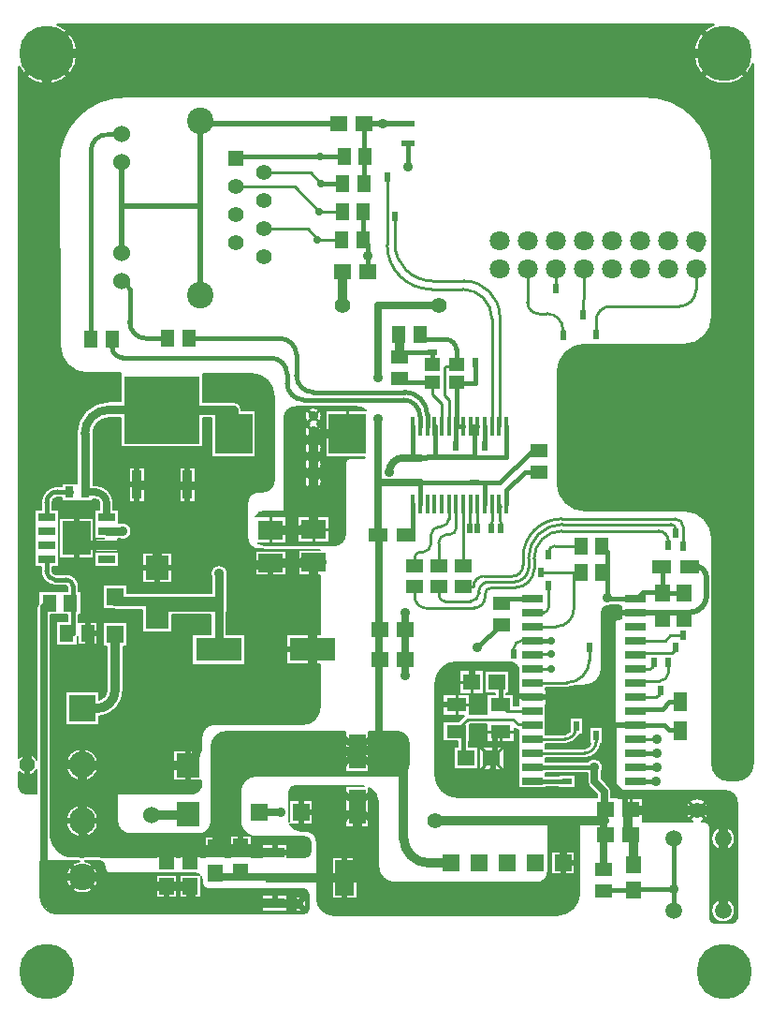
<source format=gbr>
G04 DesignSpark PCB Gerber Version 9.0 Build 5138 *
G04 #@! TF.Part,Single*
G04 #@! TF.FileFunction,Copper,L1,Top *
G04 #@! TF.FilePolarity,Positive *
%FSLAX35Y35*%
%MOIN*%
G04 #@! TA.AperFunction,SMDPad,CuDef*
%ADD89R,0.01772X0.07087*%
G04 #@! TA.AperFunction,ViaPad*
%ADD26R,0.01890X0.03504*%
%ADD23R,0.02047X0.03504*%
G04 #@! TA.AperFunction,SMDPad,CuDef*
%ADD74R,0.03071X0.03858*%
%ADD75R,0.03740X0.10433*%
%ADD77R,0.05100X0.06000*%
%ADD93R,0.05118X0.07087*%
%ADD83R,0.05500X0.06000*%
%ADD91R,0.06024X0.06417*%
%ADD90R,0.06299X0.12402*%
%ADD82R,0.06890X0.12598*%
%ADD101R,0.08465X0.08661*%
%ADD72R,0.10236X0.12205*%
%ADD92R,0.13189X0.14173*%
G04 #@! TA.AperFunction,ComponentPad*
%ADD95R,0.05512X0.05512*%
%ADD102R,0.06000X0.06000*%
G04 #@! TA.AperFunction,SMDPad,CuDef*
%ADD103R,0.06300X0.06300*%
G04 #@! TA.AperFunction,ComponentPad*
%ADD79R,0.09449X0.09449*%
G04 #@! TD.AperFunction*
%ADD10C,0.00500*%
%ADD16C,0.00984*%
%ADD14C,0.01000*%
%ADD21C,0.01500*%
%ADD15C,0.01969*%
%ADD71C,0.02126*%
%ADD17C,0.02165*%
%ADD20C,0.02500*%
G04 #@! TA.AperFunction,ViaPad*
%ADD27C,0.02795*%
G04 #@! TD.AperFunction*
%ADD18C,0.03150*%
%ADD19C,0.03346*%
G04 #@! TA.AperFunction,ViaPad*
%ADD70C,0.03543*%
G04 #@! TA.AperFunction,ComponentPad*
%ADD96C,0.05512*%
G04 #@! TA.AperFunction,ViaPad*
%ADD22C,0.05591*%
%ADD24R,0.03504X0.02047*%
G04 #@! TA.AperFunction,ComponentPad*
%ADD87C,0.05906*%
G04 #@! TA.AperFunction,WasherPad*
%ADD28C,0.06000*%
G04 #@! TA.AperFunction,ComponentPad*
%ADD97C,0.06024*%
%ADD86C,0.07087*%
%ADD80C,0.09449*%
G04 #@! TA.AperFunction,ViaPad*
%ADD25C,0.19685*%
G04 #@! TA.AperFunction,SMDPad,CuDef*
%ADD99R,0.04921X0.02362*%
%ADD29R,0.06004X0.02559*%
%ADD84R,0.07283X0.02559*%
%ADD81R,0.06890X0.03740*%
%ADD98R,0.05512X0.04528*%
%ADD100R,0.07087X0.04724*%
%ADD88R,0.06000X0.05100*%
%ADD85R,0.07087X0.05118*%
%ADD94R,0.06000X0.05500*%
%ADD78R,0.08858X0.06890*%
%ADD73R,0.16339X0.08465*%
%ADD76R,0.26772X0.24016*%
X0Y0D02*
D02*
D10*
X2612Y84106D02*
Y78596D01*
G75*
G03X4974Y76234I2362*
G01*
X8970*
Y84791*
G75*
G02X2612Y84106I-3406J1758*
G01*
G36*
Y78596*
G75*
G03X4974Y76234I2362*
G01*
X8970*
Y84791*
G75*
G02X2612Y84106I-3406J1758*
G01*
G37*
Y225644D02*
Y88993D01*
G75*
G02X8970Y88307I2953J-2443*
G01*
Y142573*
G75*
G02X9628Y144263I2500*
G01*
Y148398*
X19874*
Y149856*
G75*
G03X19344Y150385I-529*
G01*
X15407*
G75*
G02X10378Y155415J5030*
G01*
Y157150*
X8156*
Y177209*
X10407*
Y179778*
G75*
G02X16344Y185715I5937*
G01*
X17740*
Y186697*
X23055*
Y204384*
G75*
G02X34502Y215831I11447*
G01*
X38961*
Y225644*
X2612*
G36*
Y88993*
G75*
G02X8970Y88307I2953J-2443*
G01*
Y142573*
G75*
G02X9628Y144263I2500*
G01*
Y148398*
X19874*
Y149856*
G75*
G03X19344Y150385I-529*
G01*
X15407*
G75*
G02X10378Y155415J5030*
G01*
Y157150*
X8156*
Y177209*
X10407*
Y179778*
G75*
G02X16344Y185715I5937*
G01*
X17740*
Y186697*
X23055*
Y204384*
G75*
G02X34502Y215831I11447*
G01*
X38961*
Y225644*
X2612*
G37*
Y334983D02*
Y193951D01*
X23055*
Y204384*
G75*
G02X34502Y215831I11447*
G01*
X38961*
Y225841*
X27022*
G75*
G02X17179Y235683J9843*
G01*
Y240407*
X16785Y300644*
G75*
G02X40407Y324266I23622*
G01*
X225841*
G75*
G02X249463Y300644J-23622*
G01*
Y245919*
G75*
G02X239620Y236077I-9843*
G01*
X204187*
G75*
G03X194344Y226234J-9843*
G01*
Y186864*
G75*
G03X204187Y177022I9843*
G01*
X239620*
G75*
G02X249463Y167179J-9843*
G01*
Y86864*
G75*
G03X255368Y80959I5906*
G01*
X258124*
G75*
G03X264030Y86864J5906*
G01*
Y335933*
G75*
G02X242913Y339620I-10236J3687*
G01*
G75*
G02X250107Y349856I10880*
G01*
X16141*
G75*
G02X23335Y339620I-3687J-10236*
G01*
G75*
G02X2612Y334983I-10880*
G01*
G36*
Y193951*
X23055*
Y204384*
G75*
G02X34502Y215831I11447*
G01*
X38961*
Y225841*
X27022*
G75*
G02X17179Y235683J9843*
G01*
Y240407*
X16785Y300644*
G75*
G02X40407Y324266I23622*
G01*
X225841*
G75*
G02X249463Y300644J-23622*
G01*
Y245919*
G75*
G02X239620Y236077I-9843*
G01*
X204187*
G75*
G03X194344Y226234J-9843*
G01*
Y186864*
G75*
G03X204187Y177022I9843*
G01*
X239620*
G75*
G02X249463Y167179J-9843*
G01*
Y86864*
G75*
G03X255368Y80959I5906*
G01*
X258124*
G75*
G03X264030Y86864J5906*
G01*
Y335933*
G75*
G02X242913Y339620I-10236J3687*
G01*
G75*
G02X250107Y349856I10880*
G01*
X16141*
G75*
G02X23335Y339620I-3687J-10236*
G01*
G75*
G02X2612Y334983I-10880*
G01*
G37*
X10289Y52415D02*
Y39423D01*
G75*
G03X16195Y33518I5906*
G01*
X103793*
G75*
G03X105762Y35486J1969*
G01*
Y40407*
G75*
G03X103793Y42376I-1969*
G01*
X69738*
G75*
G02X67770Y44344J1969*
G01*
Y45722*
G75*
G03X67423Y46897I-2165*
G01*
Y39350*
X59848*
Y47425*
X66942*
G75*
G03X65604Y47888I-1338J-1703*
G01*
X34896*
G75*
G02X33124Y49659J1772*
G01*
Y50447*
G75*
G03X31156Y52415I-1969*
G01*
X26185*
G75*
G02X25914Y52246I-924J1182*
G01*
G75*
G02X30815Y46549I-861J-5697*
G01*
G75*
G02X19291I-5762*
G01*
G75*
G02X24193Y52246I5762*
G01*
G75*
G02X23921Y52415I653J1351*
G01*
X10289*
X89272Y40165D02*
X98236D01*
Y34350*
X89272*
Y40165*
X99213Y37061D02*
G75*
G02X104831I2809D01*
G01*
G75*
G02X99213I-2809*
G01*
X51384Y47425D02*
X58959D01*
Y39350*
X51384*
Y47425*
X10701Y37258D02*
G36*
G75*
G03X14495Y33768I5494J2165D01*
G01*
X104754*
G75*
G03X105512Y34526I-960J1718*
G01*
Y37258*
X104824*
G75*
G02X104831Y37061I-2802J-200*
G01*
G75*
G02X99213I-2809*
G01*
G75*
G02X99220Y37258I2809J-3*
G01*
X98236*
Y34350*
X89272*
Y37258*
X10701*
G37*
X10539Y43388D02*
G36*
Y37723D01*
G75*
G03X10701Y37258I5656J1701*
G01*
X89272*
Y40165*
X98236*
Y37258*
X99220*
G75*
G02X104824I2802J-197*
G01*
X105512*
Y41368*
G75*
G03X103793Y42376I-1719J-960*
G01*
X69738*
G75*
G02X68018Y43388J1969*
G01*
X67423*
Y39350*
X59848*
Y43388*
X58959*
Y39350*
X51384*
Y43388*
X29870*
G75*
G02X20236I-4817J3161*
G01*
X10539*
G37*
Y52165D02*
G36*
Y43388D01*
X20236*
G75*
G02X19291Y46549I4817J3162*
G01*
G75*
G02X23766Y52165I5763J-1*
G01*
X10539*
G37*
X30815Y46549D02*
G36*
G75*
G02X29870Y43388I-5762J0D01*
G01*
X51384*
Y47425*
X58959*
Y43388*
X59848*
Y47425*
X66942*
G75*
G03X65604Y47888I-1337J-1702*
G01*
X34896*
G75*
G02X33124Y49659J1772*
G01*
Y50447*
G75*
G03X32116Y52165I-1969*
G01*
X26341*
G75*
G02X30815Y46549I-1289J-5617*
G01*
G37*
X67423Y46897D02*
G36*
Y43388D01*
X68018*
G75*
G02X67770Y44344I1720J957*
G01*
Y45722*
G75*
G03X67423Y46897I-2170J-2*
G01*
G37*
X13970Y78203D02*
Y60540D01*
G75*
G03X19994Y53916I8327J1521*
G01*
X23919*
G75*
G02X24846Y53596I2J-1500*
G01*
X25260*
G75*
G02X26185Y53916I925J-1181*
G01*
X31156*
G75*
G02X32609Y53596J-3469*
G01*
X51384*
Y56425*
X58959*
Y53596*
X59848*
Y56425*
X67423*
Y53596*
X68707*
Y61150*
X76281*
Y53596*
X77762*
Y61346*
X84957*
G75*
G02X81352Y66785I2300J5439*
G01*
Y76825*
G75*
G02X87258Y82730I5906*
G01*
X137455*
G75*
G03X141392Y86667J3937*
G01*
Y94344*
G75*
G03X137455Y98281I-3937*
G01*
X127272*
Y84154*
X118898*
Y98281*
X76431*
G75*
G03X71116Y92967J-5315*
G01*
Y66392*
G75*
G02X66589Y61864I-4528*
G01*
X42376*
G75*
G02X37455Y66785J4921*
G01*
Y78203*
X13970*
X19291Y66549D02*
G75*
G02X30815I5762D01*
G01*
G75*
G02X19291I-5762*
G01*
X14220D02*
G36*
Y59528D01*
G75*
G03X19994Y53916I8077J2533*
G01*
X23919*
G75*
G02X24372Y53846I3J-1498*
G01*
X25734*
G75*
G02X26185Y53916I450J-1428*
G01*
X31156*
G75*
G02X31846Y53846I0J-3467*
G01*
X51384*
Y56425*
X58959*
Y53846*
X59848*
Y56425*
X67423*
Y53846*
X68707*
Y61150*
X76281*
Y53846*
X77762*
Y61346*
X84957*
G75*
G02X81357Y66549I2300J5439*
G01*
X71116*
Y66392*
Y66391*
G75*
G02X66589Y61864I-4528*
G01*
X42376*
G75*
G02X37460Y66549I0J4921*
G01*
X30815*
G75*
G02X19291I-5762*
G01*
X14220*
G37*
Y78203D02*
G36*
Y66549D01*
X19291*
G75*
G02X30815I5762*
G01*
X37460*
G75*
G02X37455Y66785I4913J233*
G01*
Y66785*
Y78203*
X14220*
G37*
X71116Y92967D02*
G36*
Y66549D01*
X81357*
G75*
G02X81352Y66785I5902J236*
G01*
Y76825*
G75*
G02X87258Y82730I5906*
G01*
X137455*
G75*
G03X141142Y85287I0J3937*
G01*
Y95725*
G75*
G03X138835Y98031I-3687J-1381*
G01*
X127272*
Y84154*
X118898*
Y98031*
X74820*
G75*
G03X71116Y92967I1611J-5065*
G01*
G37*
X13970Y139898D02*
Y76234D01*
X64030*
G75*
G03X67573Y79778J3543*
G01*
Y80906*
X57382*
Y91642*
X67573*
Y96313*
G75*
G02X72297Y101037I4724*
G01*
X103793*
G75*
G03X109699Y106943J5906*
G01*
Y122343*
X97933*
Y132882*
X109699*
Y154035*
X102067*
Y163000*
X109699*
Y163120*
X90211*
G75*
G02X89063Y163242I0J5439*
G01*
X87848*
G75*
G02X83911Y167179J3937*
G01*
Y179778*
G75*
G02X87848Y183715I3937*
G01*
X89423*
G75*
G03X93360Y187652J3937*
G01*
Y217770*
G75*
G03X85486Y225644I-7874*
G01*
X68232*
Y215720*
X78990*
G75*
G02X81913Y212797J-2923*
G01*
Y212524*
X86835*
Y195850*
X71146*
Y209874*
X68232*
Y199539*
X38961*
Y209866*
X34502*
G75*
G03X29020Y204384J-5482*
G01*
Y186018*
X29825*
G75*
G02X36262Y179581J-6437*
G01*
Y177209*
X38014*
Y172504*
X38547*
G75*
G02X42642Y169679I1073J-2825*
G01*
G75*
G02X38547Y166854I-3022*
G01*
X37801*
Y162362*
X29722*
Y166996*
X32878*
G75*
G02X32504Y167150I883J2684*
G01*
X29510*
Y177209*
X31262*
Y179581*
G75*
G03X29825Y181018I-1437*
G01*
X28823*
Y180339*
X17740*
Y181715*
X16344*
G75*
G03X14407Y179778J-1937*
G01*
Y177209*
X16659*
Y157150*
X14437*
Y155415*
G75*
G03X15407Y154445I970*
G01*
X19344*
G75*
G02X23933Y149856J-4589*
G01*
Y148398*
X24730*
Y139898*
X23904*
Y137358*
X30620*
Y129283*
X23443*
Y132044*
G75*
G02X23333Y131922I-1541J1277*
G01*
Y129071*
X15730*
Y137571*
X19904*
Y139898*
X13970*
X86713Y162803D02*
X97646D01*
Y153839*
X86713*
Y162803*
X76500Y133094D02*
X83094D01*
Y122130*
X64256*
Y133094*
X70850*
Y139846*
X57307*
Y133646*
X46343*
Y141815*
X36864*
G75*
G02X36090Y141919J2923*
G01*
X32463*
Y150719*
X41266*
Y147661*
X71047*
Y153508*
G75*
G02X70850Y154581I2825J1073*
G01*
G75*
G02X76894I3022*
G01*
G75*
G02X76697Y153508I-3022*
G01*
Y145491*
G75*
G02X76795Y144738I-2826J-752*
G01*
Y142770*
G75*
G02X76697Y142018I-2922*
G01*
Y141195*
G75*
G02X76500Y140159I-2826*
G01*
Y133094*
X41689Y192476D02*
X47504D01*
Y179969*
X41689*
Y192476*
X46555Y161917D02*
X57094D01*
Y151181*
X46555*
Y161917*
X59689Y192476D02*
X65504D01*
Y179969*
X59689*
Y192476*
X29510Y162209D02*
X38014D01*
Y157150*
X29510*
Y162209*
X32463Y137321D02*
X41266D01*
Y128522*
X39787*
Y113242*
G75*
G02X31028Y103664I-9616*
G01*
Y100575*
X19079*
Y112524*
X31028*
Y109571*
G75*
G03X33941Y113242I-856J3671*
G01*
Y128522*
X32463*
Y137321*
X19291Y86549D02*
G75*
G02X30815I5762D01*
G01*
G75*
G02X19291I-5762*
G01*
X16929Y174319D02*
X29240D01*
Y160039*
X16929*
Y174319*
X14220Y86549D02*
G36*
Y76484D01*
X65337*
G75*
G03X67573Y79778I-1307J3293*
G01*
Y80906*
X57382*
Y86549*
X30815*
G75*
G02X19291I-5762*
G01*
X14220*
G37*
Y118948D02*
G36*
Y86549D01*
X19291*
G75*
G02X30815I5762*
G01*
X57382*
Y91642*
X67573*
Y96313*
G75*
G02X72297Y101037I4724*
G01*
X103793*
G75*
G03X109449Y105243J5906*
G01*
Y118948*
X39787*
Y113242*
G75*
G02X31028Y103664I-9616*
G01*
Y100575*
X19079*
Y112524*
X31028*
Y109571*
G75*
G03X33941Y113242I-857J3672*
G01*
Y118948*
X14220*
G37*
Y139866D02*
G36*
Y118948D01*
X33941*
Y128522*
X32463*
Y137321*
X41266*
Y128522*
X39787*
Y118948*
X109449*
Y122343*
X97933*
Y132882*
X109449*
Y139866*
X76500*
Y133094*
X83094*
Y122130*
X64256*
Y133094*
X70850*
Y139846*
X57307*
Y133646*
X46343*
Y139866*
X23904*
Y137358*
X30620*
Y129283*
X23443*
Y132044*
G75*
G02X23333Y131922I-1696J1416*
G01*
Y129071*
X15730*
Y137571*
X19904*
Y139866*
X14220*
G37*
Y139898D02*
G36*
Y139866D01*
X19904*
Y139898*
X14220*
G37*
X14437Y157150D02*
G36*
Y155415D01*
G75*
G03X15407Y154445I970*
G01*
X19344*
G75*
G02X23933Y149856J-4589*
G01*
Y148398*
X24730*
Y139898*
X23904*
Y139866*
X46343*
Y141815*
X36864*
G75*
G02X36090Y141919I3J2943*
G01*
X32463*
Y150719*
X41266*
Y147661*
X71047*
Y153508*
G75*
G02X70850Y154581I2826J1073*
G01*
G75*
G02X76894I3022*
G01*
G75*
G02X76697Y153508I-3022*
G01*
Y145491*
G75*
G02X76795Y144738I-2835J-754*
G01*
Y142770*
G75*
G02X76697Y142018I-2933J2*
G01*
Y141195*
G75*
G02X76500Y140159I-2826*
G01*
Y139866*
X109449*
Y154035*
X102067*
Y158321*
X97646*
Y153839*
X86713*
Y158321*
X57094*
Y151181*
X46555*
Y158321*
X38014*
Y157150*
X29510*
Y158321*
X16659*
Y157150*
X14437*
G37*
X16659Y167179D02*
G36*
Y158321D01*
X29510*
Y162209*
X38014*
Y158321*
X46555*
Y161917*
X57094*
Y158321*
X86713*
Y162803*
X97646*
Y158321*
X102067*
Y163000*
X109449*
Y163120*
X90211*
G75*
G02X89063Y163242I0J5440*
G01*
X87848*
G75*
G02X83911Y167179J3937*
G01*
X41317*
G75*
G02X38547Y166854I-1697J2500*
G01*
X37801*
Y162362*
X29722*
Y166996*
X32878*
G75*
G02X32504Y167150I884J2685*
G01*
X29510*
Y167179*
X29240*
Y160039*
X16929*
Y167179*
X16659*
G37*
X14407Y179778D02*
G36*
Y177209D01*
X16659*
Y167179*
X16929*
Y174319*
X29240*
Y167179*
X29510*
Y177209*
X31262*
Y179581*
G75*
G03X29825Y181018I-1437*
G01*
X28823*
Y180339*
X17740*
Y181715*
X16344*
G75*
G03X14407Y179778J-1937*
G01*
G37*
X29020Y186222D02*
G36*
Y186018D01*
X29825*
G75*
G02X36262Y179581J-6437*
G01*
Y177209*
X38014*
Y172504*
X38547*
G75*
G02X42642Y169679I1072J-2825*
G01*
G75*
G02X41317Y167179I-3022J0*
G01*
X83911*
Y179778*
G75*
G02X87848Y183715I3937*
G01*
X89423*
G75*
G03X93092Y186222J3937*
G01*
X65504*
Y179969*
X59689*
Y186222*
X47504*
Y179969*
X41689*
Y186222*
X29020*
G37*
Y204384D02*
G36*
Y186222D01*
X41689*
Y192476*
X47504*
Y186222*
X59689*
Y192476*
X65504*
Y186222*
X93092*
G75*
G03X93360Y187652I-3669J1429*
G01*
Y217770*
G75*
G03X87454Y225394I-7874J0*
G01*
X68232*
Y215720*
X78990*
G75*
G02X81913Y212797J-2923*
G01*
Y212524*
X86835*
Y195850*
X71146*
Y209874*
X68232*
Y199539*
X38961*
Y209866*
X34502*
G75*
G03X29020Y204384J-5482*
G01*
G37*
X85337Y61201D02*
Y53596D01*
X89272*
Y58276*
X98236*
Y53596*
X104384*
G75*
G03X106549Y55762J2165*
G01*
Y58715*
G75*
G03X104384Y60880I-2165*
G01*
X87258*
G75*
G02X85337Y61201J5906*
G01*
G36*
Y53596*
X89272*
Y58276*
X98236*
Y53596*
X104384*
G75*
G03X106549Y55762J2165*
G01*
Y58715*
G75*
G03X104384Y60880I-2165*
G01*
X87258*
G75*
G02X85337Y61201J5906*
G01*
G37*
X87809Y165437D02*
G75*
G03X90211Y164620I2401J3120D01*
G01*
X114817*
G75*
G03X118754Y168557J3937*
G01*
Y193754*
G75*
G02X120722Y195722I1969*
G01*
X125250*
G75*
G03X125948Y195850J1969*
G01*
X111697*
Y212524*
X126213*
G75*
G03X123281Y213833I-2931J-2628*
G01*
X101037*
G75*
G03X97100Y209896J-3937*
G01*
Y176825*
X90211*
G75*
G03X86784Y174827J-3937*
G01*
X97858*
Y165437*
X87809*
X101854Y175024D02*
X113213D01*
Y165634*
X101854*
Y175024*
X104315Y187258D02*
G75*
G02X110358I3022D01*
G01*
G75*
G02X104315I-3022*
G01*
Y210683D02*
G75*
G02X110358I3022D01*
G01*
G75*
G02X108576Y207927I-3022*
G01*
G75*
G02X107978Y202219I-1239J-2756*
G01*
G75*
G02X108328Y196411I-642J-2953*
G01*
G75*
G02X110358Y193557I-992J-2854*
G01*
G75*
G02X104315I-3022*
G01*
G75*
G02X106345Y196411I3022*
G01*
G75*
G02X106695Y202219I992J2854*
G01*
G75*
G02X106098Y207927I642J2953*
G01*
G75*
G02X104315Y210683I1239J2756*
G01*
X87809Y165437D02*
G36*
G75*
G03X88830Y164870I2402J3120D01*
G01*
X116197*
G75*
G03X118754Y168557I-1381J3687*
G01*
Y170329*
X113213*
Y165634*
X101854*
Y170329*
X97858*
Y165437*
X87809*
G37*
X87034Y175214D02*
G36*
Y174827D01*
X97858*
Y170329*
X101854*
Y175024*
X113213*
Y170329*
X118754*
Y187258*
X110358*
G75*
G02X104315I-3022*
G01*
X97100*
Y176825*
X90211*
G75*
G03X87034Y175214I0J-3937*
G01*
G37*
X97100Y202120D02*
G36*
Y187258D01*
X104315*
G75*
G02X110358I3022*
G01*
X118754*
Y193754*
G75*
G02X120722Y195722I1969*
G01*
X125250*
G75*
G03X125948Y195850I0J1971*
G01*
X111697*
Y202120*
X108328*
G75*
G02X110358Y199266I-992J-2854*
G01*
G75*
G02X108328Y196411I-3022*
G01*
G75*
G02X110358Y193557I-991J-2854*
G01*
Y193557*
G75*
G02X104315I-3022*
G01*
Y193557*
G75*
G02X106345Y196411I3021*
G01*
G75*
G02X104315Y199266I992J2854*
G01*
G75*
G02X106345Y202120I3022*
G01*
X97100*
G37*
Y209896D02*
G36*
Y202120D01*
X106345*
G75*
G02X106695Y202219I992J-2855*
G01*
G75*
G02X104315Y205171I642J2953*
G01*
G75*
G02X106098Y207927I3022*
G01*
G75*
G02X104315Y210683I1240J2757*
G01*
G75*
G02X106487Y213583I3022*
G01*
X99657*
G75*
G03X97100Y209896I1381J-3687*
G01*
G37*
X107978Y202219D02*
G36*
G75*
G02X108328Y202120I-642J-2954D01*
G01*
X111697*
Y212524*
X125963*
Y212778*
G75*
G03X124662Y213583I-2681J-2883*
G01*
X108187*
G75*
G02X110358Y210683I-850J-2900*
G01*
G75*
G02X108576Y207927I-3022J1*
G01*
G75*
G02X110358Y205171I-1239J-2756*
G01*
G75*
G02X107978Y202219I-3022*
G01*
G37*
X98872Y66982D02*
G75*
G03X98957Y66170I3936D01*
G01*
Y73984*
X107055*
Y65492*
X99165*
G75*
G03X102809Y63045I3644J1490*
G01*
X104778*
G75*
G02X108715Y59108J-3937*
G01*
Y39030*
G75*
G03X114620Y33124I5906*
G01*
X194344*
G75*
G03X202219Y40998J7874*
G01*
Y67573*
X190998*
Y48478*
G75*
G02X187061Y44541I-3937*
G01*
X136470*
G75*
G02X130565Y50447J5906*
G01*
Y73085*
G75*
G03X127272Y78381I-5906*
G01*
Y64469*
X118898*
Y78945*
X125389*
G75*
G03X124659Y78990I-730J-5861*
G01*
X100841*
G75*
G03X98872Y77022J-1969*
G01*
Y66982*
X192276Y55665D02*
X200350D01*
Y47591*
X192276*
Y55665*
X114075Y53650D02*
X123039D01*
Y38976*
X114075*
Y53650*
X108715Y51628D02*
G36*
Y39030D01*
G75*
G03X112920Y33374I5906*
G01*
X196313*
G75*
G03X201969Y39030I-1969J7624*
G01*
Y51628*
X200350*
Y47591*
X192276*
Y51628*
X190998*
Y48478*
G75*
G02X187061Y44541I-3937*
G01*
X136470*
G75*
G02X130565Y50447J5906*
G01*
Y51628*
X123039*
Y38976*
X114075*
Y51628*
X108715*
G37*
X99122Y77982D02*
G36*
Y73984D01*
X107055*
Y65492*
X99165*
G75*
G03X102809Y63045I3644J1490*
G01*
X104778*
G75*
G02X108715Y59108J-3937*
G01*
Y51628*
X114075*
Y53650*
X123039*
Y51628*
X130565*
Y73085*
G75*
G03X127272Y78381I-5906*
G01*
Y64469*
X118898*
Y78740*
X99880*
G75*
G03X99122Y77982I960J-1718*
G01*
G37*
X190998Y67573D02*
G36*
Y51628D01*
X192276*
Y55665*
X200350*
Y51628*
X201969*
Y67573*
X190998*
G37*
X150841Y82927D02*
G75*
G03X158715Y75053I7874D01*
G01*
X208577*
Y75986*
X205766Y78797*
G75*
G02X205033Y80565I1768J1768*
G01*
Y83742*
X190280*
Y82742*
X194689*
Y83016*
X200693*
Y78469*
X194689*
Y78742*
X190280*
Y78213*
X180496*
Y98836*
G75*
G02X179184Y99427I69J1906*
G01*
X179043Y99574*
Y94685*
X169094*
Y100902*
X163245*
X163114Y100771*
Y94866*
X162683*
Y92833*
X166142*
Y84833*
X157642*
Y92833*
X158683*
Y94866*
X153528*
Y102091*
X159039*
X161082Y104134*
X153346*
Y111720*
X163295*
Y104717*
X169276*
Y111539*
X172069*
Y111998*
X168610*
Y119998*
X177110*
Y111998*
X176069*
Y111539*
X178862*
Y107650*
X180496*
Y108031*
X180315*
Y113453*
X180496*
Y120999*
G75*
G03X178392Y122839I-3474J-1852*
G01*
X176520*
Y123085*
X158518*
G75*
G03X150841Y115407J-7677*
G01*
Y82927*
X166461Y93014D02*
X175323D01*
Y84652*
X166461*
Y93014*
X159429Y120179D02*
X168291D01*
Y111817*
X159429*
Y120179*
X151091Y88833D02*
G36*
Y80959D01*
G75*
G03X156746Y75303I7624J1969*
G01*
X208327*
Y76236*
X205766Y78797*
G75*
G02X205033Y80564I1766J1767*
G01*
G75*
G02Y80565I2820J0*
G01*
Y83742*
X190280*
Y82742*
X194689*
Y83016*
X200693*
Y78469*
X194689*
Y78742*
X190280*
Y78213*
X180496*
Y88833*
X175323*
Y84652*
X166461*
Y88833*
X166142*
Y84833*
X157642*
Y88833*
X151091*
G37*
Y115998D02*
G36*
Y88833D01*
X157642*
Y92833*
X158683*
Y94866*
X153528*
Y102091*
X159039*
X161082Y104134*
X153346*
Y111720*
X163295*
Y104717*
X169276*
Y111539*
X172069*
Y111998*
X168610*
Y115998*
X168291*
Y111817*
X159429*
Y115998*
X151091*
G37*
X162683Y94866D02*
G36*
Y92833D01*
X166142*
Y88833*
X166461*
Y93014*
X175323*
Y88833*
X180496*
Y98836*
G75*
G02X179184Y99427I70J1907*
G01*
X179043Y99574*
Y94685*
X169094*
Y100902*
X163245*
X163114Y100771*
Y94866*
X162683*
G37*
X176069Y111998D02*
G36*
Y111539D01*
X178862*
Y107650*
X180496*
Y108031*
X180315*
Y113453*
X180496*
Y115998*
X177110*
Y111998*
X176069*
G37*
X151091Y117351D02*
G36*
Y115998D01*
X159429*
Y120179*
X168291*
Y115998*
X168610*
Y119998*
X177110*
Y115998*
X180496*
Y120999*
G75*
G03X178402Y122835I-3475J-1852*
G01*
X156574*
G75*
G03X151091Y117351I1943J-7427*
G01*
G37*
X190280Y88992D02*
Y87742D01*
X205269*
G75*
G02X210033Y84045I2265J-2000*
G01*
Y81600*
X212844Y78789*
G75*
G02X213577Y77022I-1768J-1768*
G01*
Y75053*
X215014*
G75*
G02X216189Y74707J-2165*
G01*
X224929*
Y66392*
X242611*
G75*
G02X239921Y70329I1537J3937*
G01*
G75*
G02X248374I4226*
G01*
G75*
G02X245685Y66392I-4226*
G01*
X246707*
G75*
G02X248675Y64423J-1969*
G01*
Y32140*
G75*
G03X250644Y30171I1969*
G01*
X256352*
G75*
G03X258321Y32140J1969*
G01*
Y73281*
G75*
G03X254384Y77219I-3937*
G01*
X217179*
G75*
G02X215014Y79384J2165*
G01*
X214817Y121904*
Y137258*
G75*
G02X215998Y138439I1181*
G01*
X216392*
G75*
G03X217126Y138695J1181*
G01*
Y142907*
G75*
G03X216392Y143163I-734J-925*
G01*
X212900*
G75*
G02X211954Y143110I-641J2953*
G01*
G75*
G03X210093Y140801I500J-2309*
G01*
Y120722*
G75*
G02X204187Y114817I-5906*
G01*
X201631*
G75*
G02X197691Y113992I-3940J8997*
G01*
X190280*
Y113453*
X190461*
Y108031*
X190280*
Y97492*
X197100*
G75*
G03X198762Y98257J2187*
G01*
Y103254*
X203313*
Y97246*
X202241*
G75*
G02X197100Y93992I-5140J2433*
G01*
X190280*
Y92492*
X204187*
G75*
G03X206296Y94098J2187*
G01*
X205850*
Y100102*
X210398*
Y94098*
X209844*
G75*
G02X204187Y88992I-5657J581*
G01*
X190280*
X249197Y34699D02*
G75*
G02X257602I4203D01*
G01*
G75*
G02X249197I-4203*
G01*
Y60289D02*
G75*
G02X257602I4203D01*
G01*
G75*
G02X249197I-4203*
G01*
X248675Y34699D02*
G36*
Y32140D01*
G75*
G03X249683Y30421I1969*
G01*
X257313*
G75*
G03X258071Y31180I-960J1718*
G01*
Y34699*
X257602*
G75*
G02X249197I-4203*
G01*
X248675*
G37*
Y60289D02*
G36*
Y34699D01*
X249197*
G75*
G02X257602I4203*
G01*
X258071*
Y60289*
X257602*
G75*
G02X249197I-4203*
G01*
X248675*
G37*
X190530Y88992D02*
G36*
Y87742D01*
X205269*
G75*
G02X210555Y85742I2265J-2000*
G01*
G75*
G02X210033Y84045I-3022*
G01*
Y81600*
X212844Y78789*
G75*
G02X213577Y77022I-1766J-1767*
G01*
Y75053*
X215014*
G75*
G02X216189Y74707I-1J-2167*
G01*
X224929*
Y66392*
X242611*
G75*
G02X239921Y70329I1538J3937*
G01*
G75*
G02X248374I4226*
G01*
G75*
G02X245685Y66392I-4227J0*
G01*
X246707*
G75*
G02X248675Y64423J-1969*
G01*
Y60289*
X249197*
G75*
G02X257602I4203*
G01*
X258071*
Y74662*
G75*
G03X254384Y77219I-3687J-1381*
G01*
X217179*
G75*
G02X215014Y79384J2165*
G01*
X214817Y121904*
Y137258*
G75*
G02X215998Y138439I1181*
G01*
X216392*
G75*
G03X217126Y138695J1181*
G01*
Y142907*
G75*
G03X217119Y142913I-735J-923*
G01*
X211397*
G75*
G03X210093Y140801I1058J-2112*
G01*
Y120722*
G75*
G02X204187Y114817I-5906*
G01*
X201631*
G75*
G02X197691Y113992I-3939J8991*
G01*
X190530*
Y97492*
X197100*
G75*
G03X198762Y98257J2186*
G01*
Y103254*
X203313*
Y97246*
X202241*
G75*
G02X197100Y93992I-5140J2433*
G01*
X190530*
Y92492*
X204187*
G75*
G03X206296Y94098J2187*
G01*
X205850*
Y100102*
X210398*
Y94098*
X209844*
G75*
G02X204187Y88992I-5657J581*
G01*
X190530*
G37*
D02*
D14*
X79974Y292199D02*
X100644D01*
X109522Y283321*
X89974Y277199D02*
X105171D01*
X89974D02*
X105368D01*
X108892Y273675*
Y273478*
X117563*
X89974Y297199D02*
X106549D01*
X110289Y293360*
X92179Y167187D02*
Y165187D01*
Y173077D02*
Y175077D01*
X96108Y170132D02*
X98108D01*
X103604Y170329D02*
X101604D01*
X106437Y186359D02*
X105023Y184944D01*
X106437Y188157D02*
X105023Y189571D01*
X106437Y192658D02*
X105023Y191244D01*
X106437Y194456D02*
X105023Y195870D01*
X106437Y198367D02*
X105023Y196952D01*
X106437Y200165D02*
X105023Y201579D01*
X106437Y204272D02*
X105023Y202858D01*
X106437Y206070D02*
X105023Y207485D01*
X106437Y209784D02*
X105023Y208370D01*
X106437Y211582D02*
X105023Y212996D01*
X107533Y167384D02*
Y165384D01*
Y173274D02*
Y175274D01*
X108236Y186359D02*
X109650Y184944D01*
X108236Y188157D02*
X109650Y189571D01*
X108236Y192658D02*
X109650Y191244D01*
X108236Y194456D02*
X109650Y195870D01*
X108236Y198367D02*
X109650Y196952D01*
X108236Y200165D02*
X109650Y201579D01*
X108236Y204272D02*
X109650Y202858D01*
X108236Y206070D02*
X109650Y207485D01*
X108236Y209784D02*
X109650Y208370D01*
X108236Y211582D02*
X109650Y212996D01*
X110388Y293360D02*
X117957D01*
X111463Y170329D02*
X113463D01*
X113447Y204187D02*
X111447D01*
X117760Y283321D02*
X109719D01*
X119541Y210774D02*
Y212774D01*
X143557Y157346D02*
Y160289D01*
G75*
G02X145526Y162258I1969*
G01*
X146510*
G75*
G03X149266Y165014J2756*
G01*
Y168163*
G75*
G02X152415Y171313I3150*
G01*
X152907*
G75*
G03X155663Y174069J2756*
G01*
Y179187*
X149659Y222691D02*
Y218459D01*
X153104Y215014*
Y207140*
X155663D02*
Y216293D01*
X153990Y217967*
Y227809*
X154581Y228400*
X157730*
X158321Y228990*
X158222Y179187D02*
Y170526D01*
G75*
G02X156254Y168557I-1969*
G01*
X155171*
G75*
G03X152022Y165407J-3150*
G01*
Y157346*
X152219*
X160781Y179187D02*
X160683D01*
Y157346*
X163045Y170722D02*
Y179187D01*
X163341*
X165900Y170722D02*
Y179187D01*
X170722Y170526D02*
Y173085D01*
X171116Y173478*
Y178498*
X171018Y178596*
Y179187*
Y207140D02*
Y245329D01*
G75*
G03X160585Y255762I-10433*
G01*
X149463*
G75*
G02X133715Y271510J15748*
G01*
Y295722*
X173577Y179187D02*
X174069Y178695D01*
X173675Y177809*
X173577Y207140D02*
X173872D01*
Y245919*
G75*
G03X161077Y258715I-12795*
G01*
X149856*
G75*
G02X136470Y272100J13386*
G01*
Y281549*
X174069Y170526D02*
Y172888D01*
X173675Y173281*
Y179089*
X173577Y179187*
X178793Y125841D02*
Y127809D01*
G75*
G02X181726Y130742I2933*
G01*
X185388*
Y90742D02*
X204187D01*
G75*
G03X208124Y94679J3937*
G01*
Y97100*
X185388Y95742D02*
X197100D01*
G75*
G03X201037Y99679J3937*
G01*
Y100250*
X185388Y100742D02*
Y100841D01*
X180565*
X178596Y102809*
X162455*
X159502Y99856*
Y98478*
X158321*
X185388Y105742D02*
X185033D01*
X185014Y105762*
X176431*
X174266Y107927*
X174069*
X185388Y115742D02*
X197691D01*
G75*
G03X205762Y123813J8071*
G01*
Y128400*
X185388Y120742D02*
X190801D01*
Y120722*
X192179*
X191195Y150250D02*
Y142514D01*
G75*
G02X189423Y140742I-1772*
G01*
X185388*
X192179Y125841D02*
X188439D01*
Y125742*
X185388*
X193754Y255959D02*
Y262730D01*
X193675Y262809*
Y263045*
X196313Y239423D02*
Y241392D01*
G75*
G03X190604Y247100I-5709*
G01*
X187652*
G75*
G02X183715Y251037J3937*
G01*
Y263006*
X183675Y263045*
X202799Y154974D02*
X188439D01*
X202799D02*
X200250D01*
Y142041*
G75*
G02X193951Y135742I-6299*
G01*
X185388*
X202799Y164423D02*
X193360D01*
G75*
G03X191195Y162258J-2165*
G01*
Y161470*
X203675Y263045D02*
X203793D01*
Y254778*
X203400Y249659*
Y246510*
X222199Y125742D02*
Y126431D01*
X235486*
G75*
G03X236470Y127415J984*
G01*
Y128203*
X228793Y123085D02*
Y121923D01*
G75*
G02X227612Y120742I-1181*
G01*
X222199*
X229778Y95742D02*
X222199D01*
X231156Y112848D02*
Y112120D01*
G75*
G02X229778Y110742I-1378*
G01*
X222199*
X233911Y123085D02*
Y119344D01*
G75*
G02X230959Y116392I-2953*
G01*
X222199*
Y115742*
X233911Y164620D02*
Y166195D01*
G75*
G03X230368Y169738I-3543*
G01*
X195919*
G75*
G03X186077Y159896J-9843*
G01*
Y156352*
G75*
G02X179384Y149659I-6693*
G01*
X171116*
G75*
G03X168557Y147100J-2559*
G01*
Y146116*
G75*
G02X164817Y142376I-3740*
G01*
X147494*
G75*
G02X143557Y146313J3937*
G01*
Y149846*
X236470Y169148D02*
Y170526D01*
G75*
G03X234896Y172100I-1575*
G01*
X196116*
G75*
G03X184108Y160093J-12008*
G01*
Y156746*
G75*
G02X178990Y151628I-5118*
G01*
X169935*
G75*
G03X166392Y148085J-3543*
G01*
Y147691*
G75*
G02X163439Y144738I-2953*
G01*
X154187*
G75*
G02X152219Y146707J1969*
G01*
Y149846*
X239226Y132533D02*
X234502D01*
X232730Y130762*
Y130742*
X222199*
X239226Y164226D02*
Y171116D01*
G75*
G03X236274Y174069I-2953*
G01*
X195919*
G75*
G03X182140Y160289J-13780*
G01*
Y157533*
G75*
G02X178203Y153596I-3937*
G01*
X168163*
G75*
G03X164423Y149856J-3740*
G01*
X160683*
Y149846*
X243675Y263045D02*
X243754D01*
Y255565*
G75*
G02X237848Y249659I-5906*
G01*
X213242*
G75*
G03X208124Y244541J-5118*
G01*
Y239620*
D02*
D15*
X5565Y84738D02*
Y81982D01*
Y88360D02*
Y91116D01*
X6191Y333356D02*
X4242Y331407D01*
X18719Y333356D02*
X20667Y331407D01*
X18719Y345884D02*
X20667Y347833D01*
X21313Y66549D02*
X18557D01*
X21313Y86549D02*
X18557D01*
X22409Y43905D02*
X20460Y41956D01*
X22409Y49194D02*
X20460Y51143D01*
X23085Y162061D02*
Y159305D01*
Y172297D02*
Y175053D01*
X25053Y62809D02*
Y60053D01*
Y70289D02*
Y73045D01*
Y82809D02*
Y80053D01*
Y90289D02*
Y93045D01*
X27031Y131305D02*
Y128549D01*
Y135337D02*
Y138093D01*
X27698Y43905D02*
X29646Y41956D01*
X27698Y49194D02*
X29646Y51143D01*
X28597Y133321D02*
X31352D01*
X28793Y66549D02*
X31549D01*
X28793Y86549D02*
X31549D01*
X35780Y164679D02*
X38535D01*
X43711Y186222D02*
X40955D01*
X44596Y181990D02*
Y179234D01*
Y190455D02*
Y193211D01*
X45482Y186222D02*
X48238D01*
X48577Y156549D02*
X45821D01*
X51825Y153203D02*
Y150447D01*
Y159896D02*
Y162652D01*
X53406Y43388D02*
X50650D01*
X55073Y156549D02*
X57829D01*
X55171Y41372D02*
Y38616D01*
Y54404D02*
Y57159D01*
X59404Y86274D02*
X56648D01*
X61711Y186222D02*
X58955D01*
X62596Y181990D02*
Y179234D01*
Y190455D02*
Y193211D01*
X62652Y82927D02*
Y80171D01*
Y89620D02*
Y92376D01*
X63482Y186222D02*
X66238D01*
X63636Y41372D02*
Y38616D01*
Y54404D02*
Y57159D01*
X70728Y57112D02*
X67972D01*
X72494Y59128D02*
Y61884D01*
X74260Y57112D02*
X77016D01*
X79783Y57309D02*
X77028D01*
X81549Y59325D02*
Y62081D01*
X83315Y57309D02*
X86071D01*
X88734Y158321D02*
X85978D01*
X91293Y37258D02*
X88537D01*
X91293Y55368D02*
X88537D01*
X92179Y155860D02*
Y153104D01*
X93754Y38144D02*
Y40900D01*
Y56254D02*
Y59010D01*
X95624Y158321D02*
X98380D01*
X96215Y55368D02*
X98970D01*
X99955Y127612D02*
X97199D01*
X101465Y36504D02*
X99516Y34556D01*
X101465Y37618D02*
X99516Y39567D01*
X102578Y36504D02*
X104527Y34556D01*
X102578Y37618D02*
X104527Y39567D01*
X103006Y67514D02*
Y64758D01*
Y71963D02*
Y74719D01*
X104089Y158518D02*
X101333D01*
X105033Y69738D02*
X107789D01*
X107140Y124364D02*
Y121608D01*
Y130860D02*
Y133616D01*
X107533Y156057D02*
Y153301D01*
X116096Y46313D02*
X113341D01*
X118557Y40998D02*
Y38242D01*
Y51628D02*
Y54384D01*
X120631Y69253D02*
X118163Y66785D01*
X120631Y74160D02*
X118163Y76628D01*
X120631Y88938D02*
X118163Y86470D01*
X120631Y93845D02*
X118163Y96313D01*
X121018Y46313D02*
X123774D01*
X125538Y69253D02*
X128006Y66785D01*
X125538Y74160D02*
X128006Y76628D01*
X125538Y88938D02*
X128006Y86470D01*
X125538Y93845D02*
X128006Y96313D01*
X196313Y49612D02*
Y46856D01*
Y53644D02*
Y56400D01*
X198329Y51628D02*
X201085D01*
X247530Y333356D02*
X245581Y331407D01*
X247530Y345884D02*
X245581Y347833D01*
X260057Y333356D02*
X262006Y331407D01*
D02*
D16*
X155270Y107927D02*
X153104D01*
X158321Y106057D02*
Y103892D01*
Y109797D02*
Y111963D01*
X161352Y115998D02*
X159187D01*
X161372Y107927D02*
X163537D01*
X163860Y113740D02*
Y111575D01*
Y118256D02*
Y120421D01*
X168490Y86431D02*
X166469Y84409D01*
X168490Y91235D02*
X166469Y93256D01*
X171018Y98478D02*
X168852D01*
X173294Y86431D02*
X175315Y84409D01*
X173294Y91235D02*
X175315Y93256D01*
X174069Y96608D02*
Y94443D01*
X177120Y98478D02*
X179285D01*
X182238Y110742D02*
X180073D01*
X188537D02*
X190703D01*
X219049Y140742D02*
X216884D01*
X220498Y72783D02*
Y74949D01*
X223006Y70526D02*
X225171D01*
X242519Y68700D02*
X240988Y67169D01*
X242519Y71957D02*
X240988Y73489D01*
X245776Y68700D02*
X247307Y67169D01*
X245776Y71957D02*
X247307Y73489D01*
D02*
D17*
X253400Y36569D02*
Y39734D01*
Y58419D02*
Y55254D01*
Y62159D02*
Y65325D01*
D02*
D18*
X26037Y183518D02*
Y204384D01*
G75*
G02X34502Y212848I8465*
G01*
X56600*
X56549Y212797*
X53596*
X33762Y169679D02*
X39620D01*
X62596Y186222D02*
Y186077D01*
X44596*
Y186222*
X62596D02*
Y186077D01*
X66640*
G75*
G02X74514Y178203J-7874*
G01*
Y165407*
G75*
G03X82388Y157533I7874*
G01*
X92179*
Y158321*
X73675Y127612D02*
Y141195D01*
X73872*
Y154581*
D02*
D19*
X5565Y86549D02*
Y90407D01*
X12455Y339620D02*
X253793D01*
X12455D02*
Y209699D01*
X23085Y167179D02*
X25585Y164679D01*
X51825*
Y156549*
X25053Y46549D02*
X49463D01*
Y43163*
X63833*
Y37258*
X93754*
X25053Y66549D02*
Y86549D01*
Y86274*
X21904*
G75*
G02X16392Y91785J5512*
G01*
Y115211*
G75*
G02X21313Y120132I4921*
G01*
X22691*
G75*
G03X27809Y125250J5118*
G01*
Y133902*
X27031Y133321*
X36864Y132920D02*
Y113242D01*
G75*
G02X30171Y106549I-6693*
G01*
X25053*
X44596Y186222D02*
Y185880D01*
X51825*
Y164817*
X23085*
Y167179*
X49856Y68754D02*
X62455D01*
X62652Y68951*
X51825Y139226D02*
Y142770D01*
X73872*
Y144738*
X36864*
Y146320*
X78990Y204187D02*
Y212797D01*
X53596*
X92179Y158321D02*
X107337D01*
Y134896*
X107140Y134699*
Y127612*
X92179Y170132D02*
X100841D01*
X93754Y55368D02*
X32927D01*
G75*
G02X25053Y63242J7874*
G01*
Y66549*
X100841Y170132D02*
X103596D01*
Y170329*
X107533*
X100841Y170132D02*
X105565D01*
X107337Y171904*
Y204187*
X119541*
X107140Y127612D02*
Y117770D01*
G75*
G02X92179Y102809I-14961*
G01*
X73085*
G75*
G03X65998Y95722J-7087*
G01*
Y92376*
G75*
G02X60093Y86470I-5906*
G01*
X25919*
X25841Y86549*
X25053*
X107533Y158518D02*
X103596D01*
Y158321*
X92179*
X117770Y249856D02*
Y259868D01*
X117797Y259896*
Y261864*
X118557Y46313D02*
X93754D01*
X123085Y71707D02*
Y46510D01*
Y46313*
X118557*
X123085Y91392D02*
X84108D01*
G75*
G03X74069Y81352J-10039*
G01*
Y56352*
X72494Y57112*
X138242Y231559D02*
Y239413D01*
X137839Y239817*
X150841Y66785D02*
X196313D01*
X156313Y51628D02*
X148478D01*
G75*
G02X139620Y60486J8858*
G01*
Y83911*
G75*
G03X131746Y91785I-7874*
G01*
X123478*
X123085Y91392*
X196313Y66785D02*
X211077D01*
X219344Y69541D02*
Y62258D01*
X221313*
Y51010*
X219935Y70919D02*
X220329Y70526D01*
X220498*
Y61667D02*
X220132D01*
Y62061*
X219935*
X244148Y70329D02*
X220498D01*
Y70526*
X244935Y270683D02*
X244344D01*
Y273045*
X243675*
X253400Y60289D02*
Y66392D01*
G75*
G03X249463Y70329I-3937*
G01*
X244148*
X253400Y60289D02*
Y34699D01*
D02*
D70*
X39620Y169679D03*
X73872Y154581D03*
X95722Y69738D03*
X102022Y37061D03*
X107337Y187258D03*
Y193557D03*
Y199266D03*
Y205171D03*
Y210683D03*
X126825Y267770D03*
X130565Y209502D03*
Y224266D03*
X132140Y314817D03*
X134502Y190801D03*
X140211Y118360D03*
Y140801D03*
X141195Y299463D03*
X165919Y128400D03*
X207533Y85742D03*
X212258Y146116D03*
X229581Y80565D03*
X229778Y85742D03*
Y90742D03*
Y95742D03*
X235683Y42179D03*
D02*
D71*
X38990Y268557D02*
Y285289D01*
X66982*
X38990Y300841D02*
Y268793D01*
X66982Y253793D02*
Y285289D01*
Y315604*
X116616Y314817D02*
X67770D01*
X66982Y315604*
X125616Y314817D02*
X132140D01*
X141195*
X150644Y195919D02*
X150447D01*
X145329Y195722*
X158321Y107927D02*
X152022D01*
Y87652*
G75*
G03X157140Y82533I5118*
G01*
X167376*
G75*
G03X171707Y86864J4331*
G01*
Y89002*
X163860Y115998D02*
X164030D01*
Y122100*
X158518*
G75*
G03X152022Y115604J-6496*
G01*
Y107927*
X158321*
X164817Y195919D02*
X150644D01*
X174069Y98478D02*
X172100D01*
Y88833*
X170892*
X185388Y110742D02*
X181884D01*
G75*
G02X178990Y113636J2894*
G01*
Y120132*
G75*
G03X177022Y122100I-1969*
G01*
X163860*
Y115998*
X185388Y110742D02*
X185486D01*
Y110683*
X212061Y100742D02*
X222199D01*
X212061Y110742D02*
Y100742D01*
Y110742D02*
X185388D01*
X220498Y70526D02*
X218557D01*
Y75250*
X212061Y81746*
Y100742*
X222199Y140742D02*
X217967D01*
G75*
G03X212061Y134837J-5906*
G01*
Y110742*
X241589Y157140D02*
X243557D01*
G75*
G02X247494Y153203J-3937*
G01*
Y146707*
G75*
G02X241589Y140801I-5906*
G01*
X222258*
X222199Y140742*
D02*
D20*
X25053Y46549D02*
X25093D01*
X25053Y46510*
X17376*
G75*
G02X11470Y52415J5906*
G01*
Y142573*
X12652*
Y144148*
X13429*
X26037Y183518D02*
X29825D01*
G75*
G02X33762Y179581J-3937*
G01*
Y174679*
X88045Y69738D02*
X95722D01*
X93754Y46313D02*
Y46707D01*
X74266*
X72860Y48112*
X72494*
X102022Y37061D02*
X97888D01*
Y37258*
X93754*
X110683Y158518D02*
X107533D01*
X123085Y91392D02*
X130762D01*
Y168163*
X130565*
Y186864*
X145427*
X130565Y209502D02*
Y186864D01*
X139986Y123872D02*
X140211D01*
Y118360*
X139986Y134699D02*
X140211D01*
Y123872*
X139986*
X140211Y140801D02*
Y134923D01*
X139986Y134699*
X142868Y195722D02*
X139423D01*
G75*
G03X134502Y190801J-4921*
G01*
X145329Y195722D02*
X142868D01*
X152219Y249856D02*
X130565D01*
Y224266*
X196313Y66785D02*
Y51628D01*
X210880Y49276D02*
Y69907D01*
X211498Y70526*
X211077Y66785D02*
Y77022D01*
X207533Y80565*
Y85742*
X211498Y70526D02*
Y71116D01*
D02*
D21*
X20929Y144148D02*
X21904D01*
Y133321*
X19531*
X20929Y144148D02*
X21904D01*
Y149856*
G75*
G03X19344Y152415I-2559*
G01*
X15407*
G75*
G02X12407Y155415J3000*
G01*
Y159679*
X21116Y183715D02*
X16344D01*
G75*
G03X12407Y179778J-3937*
G01*
Y174679*
X38990Y258557D02*
G75*
G02X41982Y255565J-2992D01*
G01*
Y244148*
G75*
G03X47888Y238242I5906*
G01*
X55555*
X38990Y310841D02*
X34098D01*
G75*
G03X28193Y304935J-5906*
G01*
Y238045*
X103006Y69738D02*
X121116D01*
X123085Y71707*
X109699Y303006D02*
X79974D01*
Y302199*
X110289Y293360D02*
X117957D01*
X118350Y303006D02*
X109699D01*
X125260Y283321D02*
Y273675D01*
X125063Y273478*
X125616Y314817D02*
Y293520D01*
X125457Y293360*
X126797Y261864D02*
Y271744D01*
X125063Y273478*
X126797Y266589D02*
Y261864D01*
X141195Y307730D02*
Y299463D01*
X142868Y179187D02*
Y170427D01*
X140604Y168163*
X142868Y207140D02*
Y195722D01*
X145339Y239817D02*
Y237848D01*
X154778*
G75*
G02X158321Y234305J-3543*
G01*
Y228990*
X145427Y186864D02*
Y179187D01*
Y207140D02*
Y210486D01*
G75*
G03X139522Y216392I-5906*
G01*
X103990*
G75*
G02X98085Y222297J5906*
G01*
Y225447*
G75*
G03X92179Y231352I-5906*
G01*
X39630*
G75*
G02X35693Y235289J3937*
G01*
Y238045*
X147986Y207140D02*
Y211077D01*
G75*
G03X139915Y219148I-8071*
G01*
X107337*
G75*
G02X101431Y225053J5906*
G01*
Y232337*
G75*
G03X95526Y238242I-5906*
G01*
X63055*
X149659Y222691D02*
X139610D01*
X138242Y224059*
X149659Y228990D02*
Y233321D01*
X139030*
X138242Y232533*
Y231559*
X149659Y233321D02*
Y228990D01*
X150545Y207140D02*
X150644D01*
Y195919*
X158222Y207140D02*
Y200053D01*
X158321Y98478D02*
X160683D01*
Y89789*
X161892*
Y88833*
X158321Y222691D02*
Y222297D01*
X165014*
Y229581*
X158321Y222691D02*
Y207238D01*
X158222Y207140*
X160781D02*
X158222D01*
X164817Y186864D02*
X145526D01*
Y179482*
X145427Y179384*
Y179187*
X164817Y195919D02*
Y207140D01*
X165900*
X163341*
X168459Y179187D02*
Y186864D01*
X164817*
X168459Y207140D02*
Y200053D01*
X174069Y107927D02*
Y114789D01*
X172860Y115998*
X174463Y136461D02*
X173980D01*
X165919Y128400*
X176136Y207140D02*
X176234D01*
Y195919*
X164817*
X185388Y80742D02*
X197691D01*
X185388Y85742D02*
X207533D01*
X185388Y130742D02*
X192179D01*
X185388Y145742D02*
X176244D01*
X174463Y143961*
X187848Y190791D02*
X182730D01*
X176136Y184197*
Y179187*
X187848Y198291D02*
Y197691D01*
X184699*
X173872Y186864*
X168459*
X212258Y146116D02*
Y162465D01*
X210299Y164423*
X221313Y42010D02*
X211114D01*
X210880Y41776*
X221313Y42010D02*
Y42179D01*
X235683*
X222199Y80742D02*
X229581D01*
Y80565*
X222199Y85742D02*
X229778D01*
X222199Y90742D02*
X229778D01*
X222199Y100742D02*
Y100644D01*
X232337*
X234010Y98970*
X238242*
Y98675*
X222199Y145742D02*
X222514D01*
X224659Y147888*
X231522*
X231746Y147663*
X222199Y145742D02*
X212632D01*
X212258Y146116*
X231746Y147663D02*
Y156746D01*
X231352Y157140*
X235683Y60289D02*
Y34699D01*
X238242Y108911D02*
X234305D01*
X231726Y106333*
X222199*
Y105742*
X239620Y147663D02*
X231746D01*
D02*
D22*
X5565Y86549D03*
X117770Y249856D03*
X150841Y66785D03*
X152219Y249856D03*
X244148Y70329D03*
D02*
D23*
X133715Y295722D03*
X136470Y281549D03*
X158222Y200053D03*
X165014Y229581D03*
X168459Y200053D03*
X170722Y170526D03*
X174069D03*
X178793Y125841D03*
X188439Y154974D03*
X191195Y150250D03*
Y161470D03*
X193754Y255959D03*
X196313Y239423D03*
X201037Y100250D03*
X203400Y246510D03*
X205762Y128400D03*
X208124Y97100D03*
Y239620D03*
X228793Y123085D03*
X231156Y112848D03*
X233911Y123085D03*
Y164620D03*
X236470Y128203D03*
Y169148D03*
X239226Y132533D03*
Y164226D03*
D02*
D24*
X145329Y195722D03*
X149659Y233321D03*
X164817Y186864D03*
X197691Y80742D03*
D02*
D25*
X12455Y12848D03*
Y339620D03*
X253793Y12848D03*
Y339620D03*
D02*
D26*
X163045Y170722D03*
X165900D03*
D02*
D27*
X108892Y273478D03*
X109522Y283321D03*
X109699Y303006D03*
X110289Y293360D03*
X192179Y120722D03*
Y125841D03*
Y130742D03*
D02*
D28*
X49856Y68754D03*
D02*
D29*
X12407Y159679D03*
Y164679D03*
Y169679D03*
Y174679D03*
X33762Y159679D03*
Y164679D03*
Y169679D03*
Y174679D03*
D02*
D72*
X23085Y167179D03*
D02*
D73*
X73675Y127612D03*
X107140D03*
D02*
D74*
X20526Y183518D03*
X26037D03*
D02*
D75*
X44596Y186222D03*
X62596D03*
D02*
D76*
X53596Y212797D03*
D02*
D77*
X13429Y144148D03*
X19531Y133321D03*
X20929Y144148D03*
X27031Y133321D03*
X28193Y238045D03*
X35693D03*
X55555Y238242D03*
X63055D03*
X117563Y273478D03*
X117760Y283321D03*
X117957Y293360D03*
X118350Y303006D03*
X125063Y273478D03*
X125260Y283321D03*
X125457Y293360D03*
X125850Y303006D03*
X137839Y239817D03*
X145339D03*
X202799Y154974D03*
Y164423D03*
X210299Y154974D03*
Y164423D03*
D02*
D78*
X92179Y158321D03*
Y170132D03*
X107533Y158518D03*
Y170329D03*
D02*
D79*
X25053Y106549D03*
D02*
D80*
Y46549D03*
Y66549D03*
Y86549D03*
X66982Y253793D03*
Y315604D03*
D02*
D81*
X93754Y37258D03*
Y46313D03*
Y55368D03*
D02*
D82*
X118557Y46313D03*
D02*
D83*
X55171Y43388D03*
Y52388D03*
X63636Y43388D03*
Y52388D03*
X72494Y48112D03*
Y57112D03*
X81549Y48309D03*
Y57309D03*
X221313Y42010D03*
Y51010D03*
X231746Y138663D03*
Y147663D03*
X239620Y138663D03*
Y147663D03*
D02*
D84*
X185388Y80742D03*
Y85742D03*
Y90742D03*
Y95742D03*
Y100742D03*
Y105742D03*
Y110742D03*
Y115742D03*
Y120742D03*
Y125742D03*
Y130742D03*
Y135742D03*
Y140742D03*
Y145742D03*
X222199Y80742D03*
Y85742D03*
Y90742D03*
Y95742D03*
Y100742D03*
Y105742D03*
Y110742D03*
Y115742D03*
Y120742D03*
Y125742D03*
Y130742D03*
Y135742D03*
Y140742D03*
Y145742D03*
D02*
D85*
X130368Y168163D03*
X140604D03*
X231352Y157140D03*
X241589D03*
D02*
D86*
X173675Y263045D03*
Y273045D03*
X183675Y263045D03*
Y273045D03*
X193675Y263045D03*
Y273045D03*
X203675Y263045D03*
Y273045D03*
X213675Y263045D03*
Y273045D03*
X223675Y263045D03*
Y273045D03*
X233675Y263045D03*
Y273045D03*
X243675Y263045D03*
Y273045D03*
D02*
D87*
X235683Y34699D03*
Y60289D03*
X253400Y34699D03*
Y60289D03*
D02*
D88*
X138242Y224059D03*
Y231559D03*
X143557Y149846D03*
Y157346D03*
X152219Y149846D03*
Y157346D03*
X160683Y149846D03*
Y157346D03*
X174463Y136461D03*
Y143961D03*
X187848Y190791D03*
Y198291D03*
X210880Y41776D03*
Y49276D03*
D02*
D89*
X142868Y179187D03*
Y207140D03*
X145427Y179187D03*
Y207140D03*
X147986Y179187D03*
Y207140D03*
X150545Y179187D03*
Y207140D03*
X153104Y179187D03*
Y207140D03*
X155663Y179187D03*
Y207140D03*
X158222Y179187D03*
Y207140D03*
X160781Y179187D03*
Y207140D03*
X163341Y179187D03*
Y207140D03*
X165900Y179187D03*
Y207140D03*
X168459Y179187D03*
Y207140D03*
X171018Y179187D03*
Y207140D03*
X173577Y179187D03*
Y207140D03*
X176136Y179187D03*
Y207140D03*
D02*
D90*
X123085Y71707D03*
Y91392D03*
D02*
D91*
X88045Y69738D03*
X103006D03*
D02*
D92*
X78990Y204187D03*
X119541D03*
D02*
D93*
X238242Y98675D03*
Y108911D03*
D02*
D94*
X116616Y314817D03*
X117797Y261864D03*
X125616Y314817D03*
X126797Y261864D03*
X130986Y123872D03*
Y134699D03*
X139986Y123872D03*
Y134699D03*
X161892Y88833D03*
X163860Y115998D03*
X170892Y88833D03*
X172860Y115998D03*
X211498Y61667D03*
Y70526D03*
X220498Y61667D03*
Y70526D03*
D02*
D95*
X79974Y302199D03*
D02*
D96*
Y272199D03*
Y282199D03*
Y292199D03*
X89974Y267199D03*
Y277199D03*
Y287199D03*
Y297199D03*
D02*
D97*
X38990Y258557D03*
Y268557D03*
Y300841D03*
Y310841D03*
D02*
D98*
X149659Y222691D03*
Y228990D03*
X158321Y222691D03*
Y228990D03*
D02*
D99*
X141195Y307730D03*
Y314817D03*
D02*
D100*
X158321Y98478D03*
Y107927D03*
X174069Y98478D03*
Y107927D03*
D02*
D101*
X51825Y139226D03*
Y156549D03*
X62652Y68951D03*
Y86274D03*
D02*
D102*
X156313Y51628D03*
X166313D03*
X176313D03*
X186313D03*
X196313D03*
D02*
D103*
X36864Y132920D03*
Y146320D03*
X0Y0D02*
M02*

</source>
